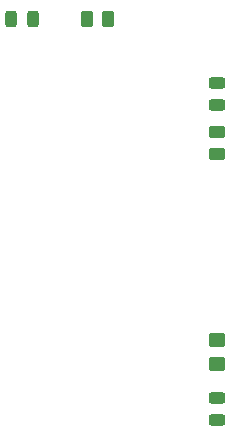
<source format=gbr>
%TF.GenerationSoftware,KiCad,Pcbnew,8.0.4*%
%TF.CreationDate,2024-08-20T16:06:33-07:00*%
%TF.ProjectId,MoonPhase,4d6f6f6e-5068-4617-9365-2e6b69636164,rev?*%
%TF.SameCoordinates,Original*%
%TF.FileFunction,Paste,Top*%
%TF.FilePolarity,Positive*%
%FSLAX46Y46*%
G04 Gerber Fmt 4.6, Leading zero omitted, Abs format (unit mm)*
G04 Created by KiCad (PCBNEW 8.0.4) date 2024-08-20 16:06:33*
%MOMM*%
%LPD*%
G01*
G04 APERTURE LIST*
G04 Aperture macros list*
%AMRoundRect*
0 Rectangle with rounded corners*
0 $1 Rounding radius*
0 $2 $3 $4 $5 $6 $7 $8 $9 X,Y pos of 4 corners*
0 Add a 4 corners polygon primitive as box body*
4,1,4,$2,$3,$4,$5,$6,$7,$8,$9,$2,$3,0*
0 Add four circle primitives for the rounded corners*
1,1,$1+$1,$2,$3*
1,1,$1+$1,$4,$5*
1,1,$1+$1,$6,$7*
1,1,$1+$1,$8,$9*
0 Add four rect primitives between the rounded corners*
20,1,$1+$1,$2,$3,$4,$5,0*
20,1,$1+$1,$4,$5,$6,$7,0*
20,1,$1+$1,$6,$7,$8,$9,0*
20,1,$1+$1,$8,$9,$2,$3,0*%
G04 Aperture macros list end*
%ADD10RoundRect,0.250000X0.450000X-0.350000X0.450000X0.350000X-0.450000X0.350000X-0.450000X-0.350000X0*%
%ADD11RoundRect,0.243750X-0.456250X0.243750X-0.456250X-0.243750X0.456250X-0.243750X0.456250X0.243750X0*%
%ADD12RoundRect,0.243750X0.243750X0.456250X-0.243750X0.456250X-0.243750X-0.456250X0.243750X-0.456250X0*%
%ADD13RoundRect,0.243750X0.456250X-0.243750X0.456250X0.243750X-0.456250X0.243750X-0.456250X-0.243750X0*%
%ADD14RoundRect,0.250000X-0.450000X0.262500X-0.450000X-0.262500X0.450000X-0.262500X0.450000X0.262500X0*%
%ADD15RoundRect,0.250000X0.262500X0.450000X-0.262500X0.450000X-0.262500X-0.450000X0.262500X-0.450000X0*%
G04 APERTURE END LIST*
D10*
%TO.C,R2*%
X167640000Y-92710000D03*
X167640000Y-90710000D03*
%TD*%
D11*
%TO.C,D2*%
X167640000Y-95582500D03*
X167640000Y-97457500D03*
%TD*%
D12*
%TO.C,D3*%
X152067500Y-63500000D03*
X150192500Y-63500000D03*
%TD*%
D13*
%TO.C,D1*%
X167640000Y-70787500D03*
X167640000Y-68912500D03*
%TD*%
D14*
%TO.C,R1*%
X167640000Y-73105000D03*
X167640000Y-74930000D03*
%TD*%
D15*
%TO.C,R3*%
X158392500Y-63500000D03*
X156567500Y-63500000D03*
%TD*%
M02*

</source>
